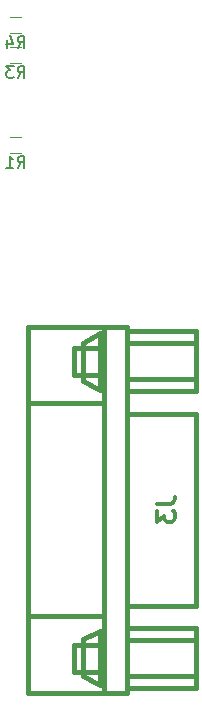
<source format=gbr>
G04 #@! TF.FileFunction,Legend,Bot*
%FSLAX46Y46*%
G04 Gerber Fmt 4.6, Leading zero omitted, Abs format (unit mm)*
G04 Created by KiCad (PCBNEW 4.0.7) date 03/29/18 22:21:39*
%MOMM*%
%LPD*%
G01*
G04 APERTURE LIST*
%ADD10C,0.100000*%
%ADD11C,0.120000*%
%ADD12C,0.381000*%
%ADD13C,0.150000*%
%ADD14C,0.304800*%
G04 APERTURE END LIST*
D10*
D11*
X98163000Y-87585000D02*
X97163000Y-87585000D01*
X97163000Y-88945000D02*
X98163000Y-88945000D01*
X98163000Y-79965000D02*
X97163000Y-79965000D01*
X97163000Y-81325000D02*
X98163000Y-81325000D01*
X98163000Y-77425000D02*
X97163000Y-77425000D01*
X97163000Y-78785000D02*
X98163000Y-78785000D01*
D12*
X107061000Y-109093000D02*
X112903000Y-109093000D01*
X103378000Y-108204000D02*
X104775000Y-108966000D01*
X103378000Y-105029000D02*
X104775000Y-104140000D01*
X98679000Y-110109000D02*
X105156000Y-110109000D01*
X107061000Y-103632000D02*
X98679000Y-103632000D01*
X98679000Y-134620000D02*
X107061000Y-134620000D01*
X98679000Y-134620000D02*
X98679000Y-103632000D01*
X105156000Y-128143000D02*
X98679000Y-128143000D01*
X103378000Y-133223000D02*
X104775000Y-133985000D01*
X103378000Y-130048000D02*
X104775000Y-129413000D01*
X103378000Y-130048000D02*
X103378000Y-133223000D01*
X103378000Y-105029000D02*
X103378000Y-108204000D01*
X104775000Y-133985000D02*
X104775000Y-129413000D01*
X104775000Y-129413000D02*
X105029000Y-129413000D01*
X105029000Y-129413000D02*
X105029000Y-133985000D01*
X105029000Y-133985000D02*
X104775000Y-133985000D01*
X104775000Y-108966000D02*
X104775000Y-104140000D01*
X104775000Y-104140000D02*
X105029000Y-104140000D01*
X105029000Y-104140000D02*
X105029000Y-108966000D01*
X105029000Y-108966000D02*
X104775000Y-108966000D01*
X105156000Y-130556000D02*
X102616000Y-130556000D01*
X102616000Y-130556000D02*
X102616000Y-132842000D01*
X102616000Y-132842000D02*
X105156000Y-132842000D01*
X105156000Y-105410000D02*
X102616000Y-105410000D01*
X102616000Y-105410000D02*
X102616000Y-107696000D01*
X102616000Y-107696000D02*
X105156000Y-107696000D01*
X105156000Y-103632000D02*
X105156000Y-134620000D01*
X107061000Y-108077000D02*
X112903000Y-108077000D01*
X107061000Y-105029000D02*
X112903000Y-105029000D01*
X107061000Y-133223000D02*
X112903000Y-133223000D01*
X107061000Y-130175000D02*
X112903000Y-130175000D01*
X107061000Y-129159000D02*
X112903000Y-129159000D01*
X112903000Y-129159000D02*
X112903000Y-134239000D01*
X112903000Y-134239000D02*
X107188000Y-134239000D01*
X107061000Y-104013000D02*
X112903000Y-104013000D01*
X112903000Y-104013000D02*
X112903000Y-109093000D01*
X107061000Y-110998000D02*
X112903000Y-110998000D01*
X112903000Y-110998000D02*
X112903000Y-127254000D01*
X112903000Y-127254000D02*
X107061000Y-127254000D01*
X107061000Y-103632000D02*
X107061000Y-134620000D01*
D13*
X97829666Y-90167381D02*
X98163000Y-89691190D01*
X98401095Y-90167381D02*
X98401095Y-89167381D01*
X98020142Y-89167381D01*
X97924904Y-89215000D01*
X97877285Y-89262619D01*
X97829666Y-89357857D01*
X97829666Y-89500714D01*
X97877285Y-89595952D01*
X97924904Y-89643571D01*
X98020142Y-89691190D01*
X98401095Y-89691190D01*
X96877285Y-90167381D02*
X97448714Y-90167381D01*
X97163000Y-90167381D02*
X97163000Y-89167381D01*
X97258238Y-89310238D01*
X97353476Y-89405476D01*
X97448714Y-89453095D01*
X97829666Y-82547381D02*
X98163000Y-82071190D01*
X98401095Y-82547381D02*
X98401095Y-81547381D01*
X98020142Y-81547381D01*
X97924904Y-81595000D01*
X97877285Y-81642619D01*
X97829666Y-81737857D01*
X97829666Y-81880714D01*
X97877285Y-81975952D01*
X97924904Y-82023571D01*
X98020142Y-82071190D01*
X98401095Y-82071190D01*
X97496333Y-81547381D02*
X96877285Y-81547381D01*
X97210619Y-81928333D01*
X97067761Y-81928333D01*
X96972523Y-81975952D01*
X96924904Y-82023571D01*
X96877285Y-82118810D01*
X96877285Y-82356905D01*
X96924904Y-82452143D01*
X96972523Y-82499762D01*
X97067761Y-82547381D01*
X97353476Y-82547381D01*
X97448714Y-82499762D01*
X97496333Y-82452143D01*
X97829666Y-80007381D02*
X98163000Y-79531190D01*
X98401095Y-80007381D02*
X98401095Y-79007381D01*
X98020142Y-79007381D01*
X97924904Y-79055000D01*
X97877285Y-79102619D01*
X97829666Y-79197857D01*
X97829666Y-79340714D01*
X97877285Y-79435952D01*
X97924904Y-79483571D01*
X98020142Y-79531190D01*
X98401095Y-79531190D01*
X96972523Y-79340714D02*
X96972523Y-80007381D01*
X97210619Y-78959762D02*
X97448714Y-79674048D01*
X96829666Y-79674048D01*
D14*
X109655429Y-118618000D02*
X110744000Y-118618000D01*
X110961714Y-118545428D01*
X111106857Y-118400285D01*
X111179429Y-118182571D01*
X111179429Y-118037428D01*
X109655429Y-119198571D02*
X109655429Y-120142000D01*
X110236000Y-119634000D01*
X110236000Y-119851714D01*
X110308571Y-119996857D01*
X110381143Y-120069428D01*
X110526286Y-120142000D01*
X110889143Y-120142000D01*
X111034286Y-120069428D01*
X111106857Y-119996857D01*
X111179429Y-119851714D01*
X111179429Y-119416286D01*
X111106857Y-119271143D01*
X111034286Y-119198571D01*
M02*

</source>
